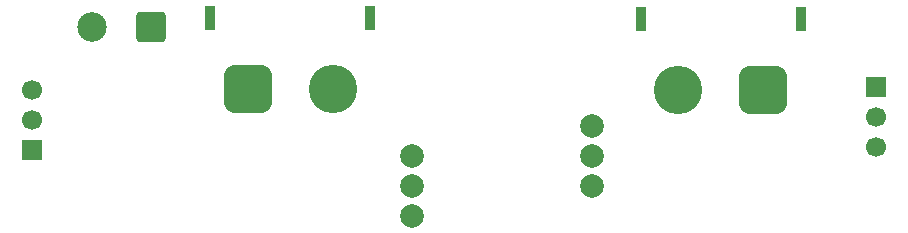
<source format=gbr>
%TF.GenerationSoftware,KiCad,Pcbnew,9.0.5*%
%TF.CreationDate,2025-11-20T18:01:40-05:00*%
%TF.ProjectId,stencilFix,7374656e-6369-46c4-9669-782e6b696361,rev?*%
%TF.SameCoordinates,Original*%
%TF.FileFunction,Soldermask,Bot*%
%TF.FilePolarity,Negative*%
%FSLAX46Y46*%
G04 Gerber Fmt 4.6, Leading zero omitted, Abs format (unit mm)*
G04 Created by KiCad (PCBNEW 9.0.5) date 2025-11-20 18:01:40*
%MOMM*%
%LPD*%
G01*
G04 APERTURE LIST*
G04 Aperture macros list*
%AMRoundRect*
0 Rectangle with rounded corners*
0 $1 Rounding radius*
0 $2 $3 $4 $5 $6 $7 $8 $9 X,Y pos of 4 corners*
0 Add a 4 corners polygon primitive as box body*
4,1,4,$2,$3,$4,$5,$6,$7,$8,$9,$2,$3,0*
0 Add four circle primitives for the rounded corners*
1,1,$1+$1,$2,$3*
1,1,$1+$1,$4,$5*
1,1,$1+$1,$6,$7*
1,1,$1+$1,$8,$9*
0 Add four rect primitives between the rounded corners*
20,1,$1+$1,$2,$3,$4,$5,0*
20,1,$1+$1,$4,$5,$6,$7,0*
20,1,$1+$1,$6,$7,$8,$9,0*
20,1,$1+$1,$8,$9,$2,$3,0*%
G04 Aperture macros list end*
%ADD10RoundRect,0.250000X1.000000X1.000000X-1.000000X1.000000X-1.000000X-1.000000X1.000000X-1.000000X0*%
%ADD11C,2.500000*%
%ADD12C,2.000000*%
%ADD13R,1.700000X1.700000*%
%ADD14C,1.700000*%
%ADD15R,0.900000X2.000000*%
%ADD16RoundRect,1.025000X-1.025000X-1.025000X1.025000X-1.025000X1.025000X1.025000X-1.025000X1.025000X0*%
%ADD17C,4.100000*%
G04 APERTURE END LIST*
D10*
%TO.C,J4*%
X103378000Y-70866000D03*
D11*
X98378000Y-70866000D03*
%TD*%
D12*
%TO.C,U1*%
X140716000Y-84328000D03*
X140716000Y-81788000D03*
X140716000Y-79248000D03*
X125476000Y-81788000D03*
X125476000Y-84328000D03*
X125476000Y-86868000D03*
%TD*%
D13*
%TO.C,J2*%
X164779000Y-75946000D03*
D14*
X164779000Y-78486000D03*
X164779000Y-81026000D03*
%TD*%
D15*
%TO.C,J5*%
X144888000Y-70246000D03*
X158388000Y-70246000D03*
D16*
X155238000Y-76246000D03*
D17*
X148038000Y-76246000D03*
%TD*%
D13*
%TO.C,J1*%
X93285000Y-81280000D03*
D14*
X93285000Y-78740000D03*
X93285000Y-76200000D03*
%TD*%
D15*
%TO.C,J3*%
X108420000Y-70104000D03*
X121920000Y-70104000D03*
D16*
X111570000Y-76104000D03*
D17*
X118770000Y-76104000D03*
%TD*%
M02*

</source>
